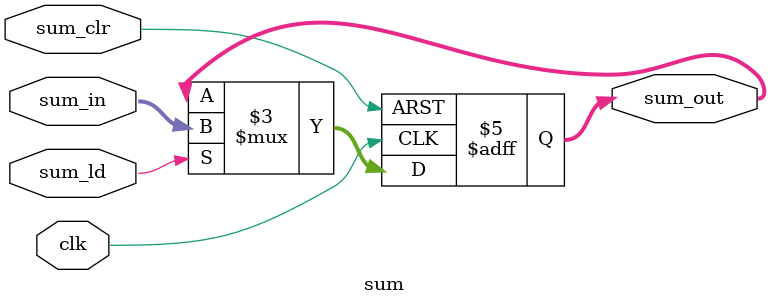
<source format=sv>
module sum(	input logic sum_ld,sum_clr,clk,
				input logic [31:0] sum_in,
				output logic [31:0]sum_out
				);
		always_ff @(posedge clk or posedge sum_clr)begin
		if(sum_clr) sum_out = 0;
		else if(sum_ld)sum_out=sum_in;
		end
			
endmodule
</source>
